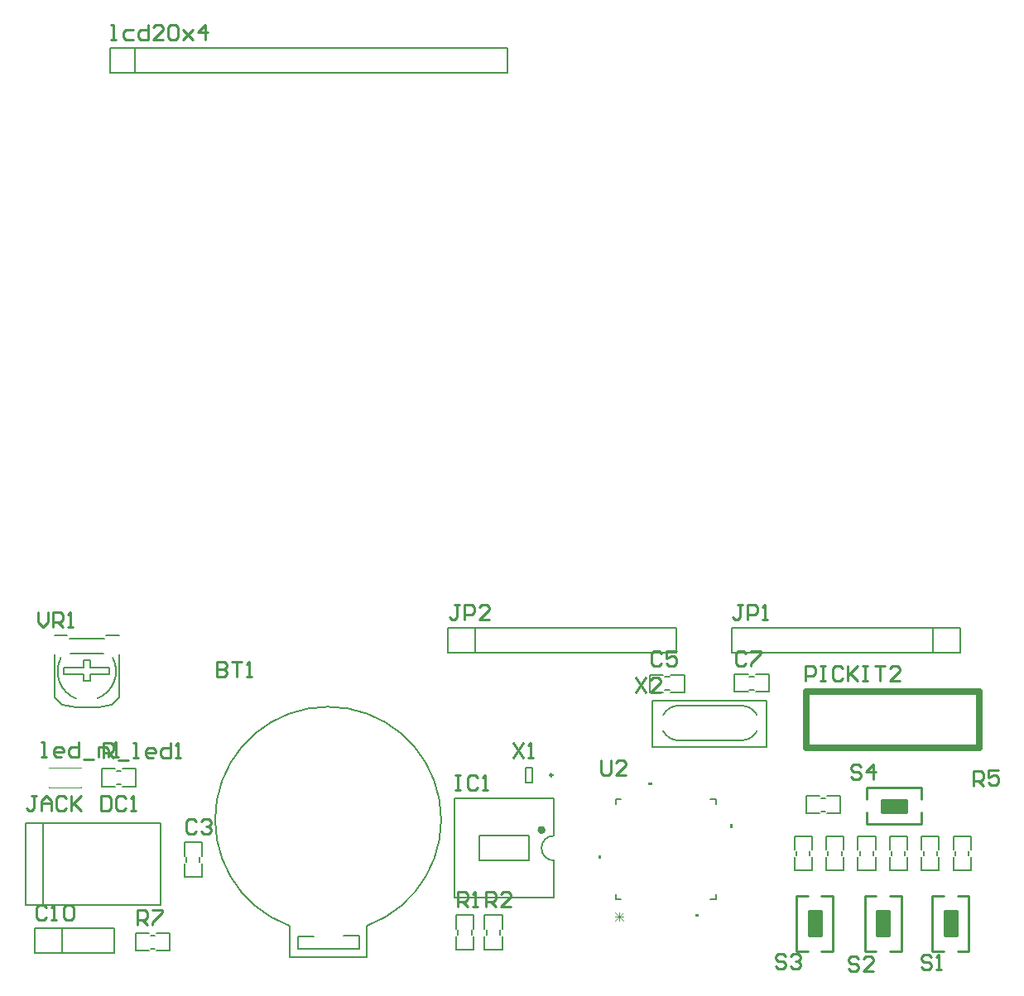
<source format=gto>
G04*
G04 #@! TF.GenerationSoftware,Altium Limited,Altium Designer,21.0.8 (223)*
G04*
G04 Layer_Color=65535*
%FSTAX24Y24*%
%MOIN*%
G70*
G04*
G04 #@! TF.SameCoordinates,EDDFCF6A-67A3-46E2-8177-59DA37980891*
G04*
G04*
G04 #@! TF.FilePolarity,Positive*
G04*
G01*
G75*
%ADD10C,0.0050*%
%ADD11C,0.0098*%
%ADD12C,0.0070*%
%ADD13C,0.0150*%
%ADD14C,0.0079*%
%ADD15C,0.0250*%
%ADD16C,0.0060*%
%ADD17C,0.0100*%
%ADD18C,0.0040*%
%ADD19C,0.0030*%
%ADD20R,0.1000X0.0500*%
%ADD21R,0.0500X0.1000*%
G36*
X046494Y020528D02*
Y020378D01*
X046394D01*
Y020528D01*
X046494D01*
D02*
G37*
G36*
X04839Y023368D02*
Y023468D01*
X04854D01*
Y023368D01*
X04839D01*
D02*
G37*
G36*
X050279Y018168D02*
Y018068D01*
X050429D01*
Y018168D01*
X050279D01*
D02*
G37*
G36*
X051694Y021788D02*
Y021638D01*
X051794D01*
Y021788D01*
X051694D01*
D02*
G37*
D10*
X052765Y026181D02*
G03*
X052145Y026556I-00062J-000325D01*
G01*
Y025156D02*
G03*
X052765Y025531I0J0007D01*
G01*
X049615Y026556D02*
G03*
X048995Y026181I0J-0007D01*
G01*
Y025531D02*
G03*
X049615Y025156I00062J000325D01*
G01*
X048565Y024906D02*
X053165D01*
X048565D02*
Y026756D01*
X053165D01*
Y024906D02*
Y026756D01*
X049615Y025156D02*
X052165D01*
X049611Y02656D02*
X052165D01*
D11*
X044535Y023759D02*
G03*
X044535Y023759I-000049J0D01*
G01*
D12*
X026202Y026846D02*
G03*
X026827Y028493I-000419J001101D01*
G01*
X02474Y028483D02*
G03*
X025364Y026836I001044J-000547D01*
G01*
X044608Y021316D02*
G03*
X044605Y020316I-000017J-0005D01*
G01*
X037072Y017691D02*
G03*
X033941Y017687I-00157J004271D01*
G01*
X025923Y027817D02*
X026693D01*
X025923Y027557D02*
Y027817D01*
X025653Y027557D02*
X025923D01*
X025653D02*
Y027807D01*
X024863D02*
X025653D01*
X024863D02*
Y028097D01*
X025663D01*
Y028387D01*
X025933D01*
Y028087D02*
Y028387D01*
Y028087D02*
X026703D01*
Y027817D02*
Y028087D01*
X025113Y028657D02*
X026463D01*
X024783Y026577D02*
X025368Y026487D01*
X024483Y026877D02*
X024783Y026577D01*
X024483Y026877D02*
Y028627D01*
X025103Y029247D02*
X026473D01*
X027093Y026887D02*
Y028637D01*
X026783Y026577D02*
X027093Y026887D01*
X026243Y026487D02*
X026783Y026577D01*
X025368Y026487D02*
X026243D01*
X024473Y029387D02*
X024983D01*
X026563D02*
X027073D01*
X026976Y023926D02*
X027156D01*
X026976Y023386D02*
X027156D01*
X028347Y017303D02*
X028527D01*
X028347Y016763D02*
X028527D01*
X055353Y022299D02*
X055533D01*
X055353Y022839D02*
X055533D01*
X055638Y020522D02*
Y020702D01*
X056178Y020522D02*
Y020702D01*
X056918Y020522D02*
Y020702D01*
X057458Y020522D02*
Y020702D01*
X059478Y020522D02*
Y020702D01*
X060018Y020522D02*
Y020702D01*
X042428Y017329D02*
Y017509D01*
X041888Y017329D02*
Y017509D01*
X041277Y017329D02*
Y017509D01*
X040737Y017329D02*
Y017509D01*
X024006Y01853D02*
Y02183D01*
X023306Y01853D02*
X028756D01*
X023306Y02183D02*
X028756D01*
Y01853D02*
Y02183D01*
X023306Y01853D02*
Y02183D01*
X041585Y020316D02*
X043595D01*
Y021316D01*
X041585D02*
X043595D01*
X041585Y020316D02*
Y021316D01*
X040605Y018816D02*
X044605D01*
X040605D02*
Y022816D01*
X044605D01*
Y018816D02*
Y020306D01*
Y021316D02*
Y022816D01*
X054356Y020521D02*
Y020701D01*
X054896Y020521D02*
Y020701D01*
X058195Y020521D02*
Y020701D01*
X058735Y020521D02*
Y020701D01*
X052468Y027728D02*
X052648D01*
X052468Y027188D02*
X052648D01*
X060755Y020521D02*
Y020701D01*
X061295Y020521D02*
Y020701D01*
X049059Y027181D02*
X049239D01*
X049059Y027721D02*
X049239D01*
X030336Y020264D02*
Y020444D01*
X029796Y020264D02*
Y020444D01*
X037052Y016411D02*
Y017691D01*
X033952Y016411D02*
X037052D01*
X033952D02*
Y017675D01*
X034292Y017271D02*
X034912D01*
X034292Y016751D02*
Y017271D01*
Y016751D02*
X036742D01*
Y017281D01*
X036132D02*
X036742D01*
D13*
X044175Y021546D02*
G03*
X044175Y021546I-00008J0D01*
G01*
D14*
X026707Y052049D02*
X042707D01*
X026707D02*
Y053049D01*
X027457D01*
X042707D01*
Y052049D02*
Y053049D01*
X027707Y052049D02*
Y053049D01*
X043442Y023464D02*
X043718D01*
X043442Y024054D02*
X043718D01*
Y023464D02*
Y024054D01*
X043442Y023464D02*
Y024054D01*
X026375Y0233D02*
Y02401D01*
Y0233D02*
X02692D01*
X026375Y02401D02*
X02692D01*
X027225D02*
X027753D01*
Y0233D02*
Y02401D01*
X027225Y0233D02*
X027753D01*
X027746Y016677D02*
Y017387D01*
Y016677D02*
X028291D01*
X027746Y017387D02*
X028291D01*
X028596D02*
X029124D01*
Y016677D02*
Y017387D01*
X028596Y016677D02*
X029124D01*
X056134Y022215D02*
Y022925D01*
X055589D02*
X056134D01*
X055589Y022215D02*
X056134D01*
X054756D02*
X055284D01*
X054756D02*
Y022925D01*
X055284D01*
X055554Y019921D02*
X056264D01*
Y020466D01*
X055554Y019921D02*
Y020466D01*
Y020771D02*
Y021299D01*
X056264D01*
Y020771D02*
Y021299D01*
X056834Y019921D02*
X057544D01*
Y020466D01*
X056834Y019921D02*
Y020466D01*
Y020771D02*
Y021299D01*
X057544D01*
Y020771D02*
Y021299D01*
X059394Y019921D02*
X060104D01*
Y020466D01*
X059394Y019921D02*
Y020466D01*
Y020771D02*
Y021299D01*
X060104D01*
Y020771D02*
Y021299D01*
X041802Y018109D02*
X042512D01*
X041802Y017565D02*
Y018109D01*
X042512Y017565D02*
Y018109D01*
Y016731D02*
Y01726D01*
X041802Y016731D02*
X042512D01*
X041802D02*
Y01726D01*
X040651Y018109D02*
X041361D01*
X040651Y017565D02*
Y018109D01*
X041361Y017565D02*
Y018109D01*
Y016731D02*
Y01726D01*
X040651Y016731D02*
X041361D01*
X040651D02*
Y01726D01*
X041427Y028673D02*
Y029673D01*
X040329D02*
X049526D01*
X040329Y028673D02*
Y029673D01*
Y028673D02*
X049526D01*
Y029673D01*
X059843Y028673D02*
Y029673D01*
X051744Y028673D02*
X060941D01*
Y029673D01*
X051744D02*
X060941D01*
X051744Y028673D02*
Y029673D01*
X024789Y016587D02*
Y017587D01*
X023691Y016587D02*
Y017587D01*
X026888D01*
Y016587D02*
Y017587D01*
X023691Y016587D02*
X026888D01*
X054275Y02077D02*
Y021299D01*
Y019919D02*
Y020465D01*
X054975Y019919D02*
Y020465D01*
Y02077D02*
Y021299D01*
X054275Y019919D02*
X054975D01*
X054275Y021299D02*
X054975D01*
X058114Y02077D02*
Y021299D01*
Y019919D02*
Y020465D01*
X058814Y019919D02*
Y020465D01*
Y02077D02*
Y021299D01*
X058114Y019919D02*
X058814D01*
X058114Y021299D02*
X058814D01*
X052717Y02781D02*
X053246D01*
X051866D02*
X052412D01*
X051866Y02711D02*
X052412D01*
X052717D02*
X053246D01*
X051866D02*
Y02781D01*
X053246Y02711D02*
Y02781D01*
X060674Y02077D02*
Y021299D01*
Y019919D02*
Y020465D01*
X061374Y019919D02*
Y020465D01*
Y02077D02*
Y021299D01*
X060674Y019919D02*
X061374D01*
X060674Y021299D02*
X061374D01*
X048461Y0271D02*
X04899D01*
X049295D02*
X049841D01*
X049295Y0278D02*
X049841D01*
X048461D02*
X04899D01*
X049841Y0271D02*
Y0278D01*
X048461Y0271D02*
Y0278D01*
X030417Y019665D02*
Y020194D01*
Y0205D02*
Y021045D01*
X029717Y0205D02*
Y021045D01*
Y019665D02*
Y020194D01*
Y021045D02*
X030417D01*
X029717Y019665D02*
X030417D01*
D15*
X054754Y024868D02*
Y02712D01*
X061707D01*
Y024868D02*
Y02712D01*
X054754Y024868D02*
X061707D01*
D16*
X047074Y018748D02*
Y018962D01*
Y018748D02*
X047289D01*
X051114D02*
Y018962D01*
X0509Y022788D02*
X051114D01*
X047074Y022574D02*
Y022788D01*
X0509Y018748D02*
X051114D01*
Y022574D02*
Y022788D01*
X047074D02*
X047289D01*
D17*
X059397Y02179D02*
Y02224D01*
Y0228D02*
Y02325D01*
X057177D02*
X059397D01*
X057177Y02179D02*
X059397D01*
X057787Y02227D02*
X058787D01*
X057787D02*
Y02277D01*
X058787D01*
Y02227D02*
Y02277D01*
X057177Y02179D02*
Y02224D01*
Y0228D02*
Y02325D01*
X054359Y016666D02*
X054809D01*
X055369D02*
X055819D01*
Y018886D01*
X054359Y016666D02*
Y018886D01*
X054839Y017276D02*
Y018276D01*
X055339D01*
Y017276D02*
Y018276D01*
X054839Y017276D02*
X055339D01*
X054359Y018886D02*
X054809D01*
X055369D02*
X055819D01*
X057114Y016666D02*
X057564D01*
X058124D02*
X058574D01*
Y018886D01*
X057114Y016666D02*
Y018886D01*
X057594Y017276D02*
Y018276D01*
X058094D01*
Y017276D02*
Y018276D01*
X057594Y017276D02*
X058094D01*
X057114Y018886D02*
X057564D01*
X058124D02*
X058574D01*
X059831Y016666D02*
X060281D01*
X060841D02*
X061291D01*
Y018886D01*
X059831Y016666D02*
Y018886D01*
X060311Y017276D02*
Y018276D01*
X060811D01*
Y017276D02*
Y018276D01*
X060311Y017276D02*
X060811D01*
X059831Y018886D02*
X060281D01*
X060841D02*
X061291D01*
X061504Y023322D02*
X061484Y023921D01*
X061784Y023931D01*
X061887Y023835D01*
X061894Y023635D01*
X061797Y023531D01*
X061498Y023522D01*
X061697Y023528D02*
X061904Y023335D01*
X062483Y023954D02*
X062084Y023941D01*
X062094Y023641D01*
X06229Y023748D01*
X06239Y023751D01*
X062493Y023655D01*
X0625Y023455D01*
X062403Y023351D01*
X062204Y023345D01*
X0621Y023441D01*
X02677Y05339D02*
X02697D01*
X02687D01*
Y05399D01*
X02677D01*
X02767Y05379D02*
X02737D01*
X02727Y05369D01*
Y05349D01*
X02737Y05339D01*
X02767D01*
X02827Y05399D02*
Y05339D01*
X02797D01*
X02787Y05349D01*
Y05369D01*
X02797Y05379D01*
X02827D01*
X028869Y05339D02*
X028469D01*
X028869Y05379D01*
Y05389D01*
X028769Y05399D01*
X028569D01*
X028469Y05389D01*
X029069D02*
X029169Y05399D01*
X029369D01*
X029469Y05389D01*
Y05349D01*
X029369Y05339D01*
X029169D01*
X029069Y05349D01*
Y05389D01*
X029669Y05379D02*
X030069Y05339D01*
X029869Y05359D01*
X030069Y05379D01*
X029669Y05339D01*
X030569D02*
Y05399D01*
X030269Y05369D01*
X030669D01*
X05473Y02755D02*
Y02815D01*
X05503D01*
X05513Y02805D01*
Y02785D01*
X05503Y02775D01*
X05473D01*
X05533Y02815D02*
X05553D01*
X05543D01*
Y02755D01*
X05533D01*
X05553D01*
X05623Y02805D02*
X05613Y02815D01*
X05593D01*
X05583Y02805D01*
Y02765D01*
X05593Y02755D01*
X05613D01*
X05623Y02765D01*
X056429Y02815D02*
Y02755D01*
Y02775D01*
X056829Y02815D01*
X056529Y02785D01*
X056829Y02755D01*
X057029Y02815D02*
X057229D01*
X057129D01*
Y02755D01*
X057029D01*
X057229D01*
X057529Y02815D02*
X057929D01*
X057729D01*
Y02755D01*
X058529D02*
X058129D01*
X058529Y02795D01*
Y02805D01*
X058429Y02815D01*
X058229D01*
X058129Y02805D01*
X04789Y02768D02*
X04829Y02708D01*
Y02768D02*
X04789Y02708D01*
X04889D02*
X04849D01*
X04889Y02748D01*
Y02758D01*
X04879Y02768D01*
X04859D01*
X04849Y02758D01*
X04294Y02506D02*
X04334Y02446D01*
Y02506D02*
X04294Y02446D01*
X04354D02*
X04374D01*
X04364D01*
Y02506D01*
X04354Y02496D01*
X02381Y03032D02*
Y02992D01*
X02401Y02972D01*
X02421Y02992D01*
Y03032D01*
X02441Y02972D02*
Y03032D01*
X02471D01*
X02481Y03022D01*
Y03002D01*
X02471Y02992D01*
X02441D01*
X02461D02*
X02481Y02972D01*
X02501D02*
X02521D01*
X02511D01*
Y03032D01*
X02501Y03022D01*
X04649Y02437D02*
Y02387D01*
X04659Y02377D01*
X04679D01*
X04689Y02387D01*
Y02437D01*
X04749Y02377D02*
X04709D01*
X04749Y02417D01*
Y02427D01*
X04739Y02437D01*
X04719D01*
X04709Y02427D01*
X05696Y0241D02*
X05686Y0242D01*
X05666D01*
X05656Y0241D01*
Y024D01*
X05666Y0239D01*
X05686D01*
X05696Y0238D01*
Y0237D01*
X05686Y0236D01*
X05666D01*
X05656Y0237D01*
X05746Y0236D02*
Y0242D01*
X05716Y0239D01*
X05756D01*
X053906Y01645D02*
X053806Y01655D01*
X053606D01*
X053506Y01645D01*
Y01635D01*
X053606Y01625D01*
X053806D01*
X053906Y01615D01*
Y01605D01*
X053806Y01595D01*
X053606D01*
X053506Y01605D01*
X054106Y01645D02*
X054206Y01655D01*
X054406D01*
X054506Y01645D01*
Y01635D01*
X054406Y01625D01*
X054306D01*
X054406D01*
X054506Y01615D01*
Y01605D01*
X054406Y01595D01*
X054206D01*
X054106Y01605D01*
X056869Y016361D02*
X056769Y016461D01*
X056569D01*
X056469Y016361D01*
Y016261D01*
X056569Y016161D01*
X056769D01*
X056869Y016061D01*
Y015961D01*
X056769Y015862D01*
X056569D01*
X056469Y015961D01*
X057468Y015862D02*
X057068D01*
X057468Y016261D01*
Y016361D01*
X057368Y016461D01*
X057168D01*
X057068Y016361D01*
X059783Y016411D02*
X059683Y016511D01*
X059484D01*
X059384Y016411D01*
Y016311D01*
X059484Y016211D01*
X059683D01*
X059783Y016111D01*
Y016011D01*
X059683Y015911D01*
X059484D01*
X059384Y016011D01*
X059983Y015911D02*
X060183D01*
X060083D01*
Y016511D01*
X059983Y016411D01*
X02644Y02445D02*
Y02505D01*
X02674D01*
X02684Y02495D01*
Y02475D01*
X02674Y02465D01*
X02644D01*
X02664D02*
X02684Y02445D01*
X02704Y02435D02*
X02744D01*
X02764Y02445D02*
X02784D01*
X02774D01*
Y02505D01*
X02764D01*
X028439Y02445D02*
X028239D01*
X028139Y02455D01*
Y02475D01*
X028239Y02485D01*
X028439D01*
X028539Y02475D01*
Y02465D01*
X028139D01*
X029139Y02505D02*
Y02445D01*
X028839D01*
X028739Y02455D01*
Y02475D01*
X028839Y02485D01*
X029139D01*
X029339Y02445D02*
X029539D01*
X029439D01*
Y02505D01*
X029339Y02495D01*
X02781Y01773D02*
Y01833D01*
X02811D01*
X02821Y01823D01*
Y01803D01*
X02811Y01793D01*
X02781D01*
X02801D02*
X02821Y01773D01*
X02841Y01833D02*
X02881D01*
Y01823D01*
X02841Y01783D01*
Y01773D01*
X04186Y01845D02*
Y01905D01*
X04216D01*
X04226Y01895D01*
Y01875D01*
X04216Y01865D01*
X04186D01*
X04206D02*
X04226Y01845D01*
X04286D02*
X04246D01*
X04286Y01885D01*
Y01895D01*
X04276Y01905D01*
X04256D01*
X04246Y01895D01*
X04071Y01845D02*
Y01905D01*
X04101D01*
X04111Y01895D01*
Y01875D01*
X04101Y01865D01*
X04071D01*
X04091D02*
X04111Y01845D01*
X04131D02*
X04151D01*
X04141D01*
Y01905D01*
X04131Y01895D01*
X02396Y02449D02*
X02416D01*
X02406D01*
Y02509D01*
X02396D01*
X02476Y02449D02*
X02456D01*
X02446Y02459D01*
Y02479D01*
X02456Y02489D01*
X02476D01*
X02486Y02479D01*
Y02469D01*
X02446D01*
X02546Y02509D02*
Y02449D01*
X02516D01*
X02506Y02459D01*
Y02479D01*
X02516Y02489D01*
X02546D01*
X025659Y02439D02*
X026059D01*
X026259Y02449D02*
Y02489D01*
X026559D01*
X026659Y02479D01*
Y02449D01*
X026859D02*
X027059D01*
X026959D01*
Y02509D01*
X026859Y02499D01*
X04079Y03061D02*
X04059D01*
X04069D01*
Y03011D01*
X04059Y03001D01*
X04049D01*
X04039Y03011D01*
X04099Y03001D02*
Y03061D01*
X04129D01*
X04139Y03051D01*
Y03031D01*
X04129Y03021D01*
X04099D01*
X041989Y03001D02*
X04159D01*
X041989Y03041D01*
Y03051D01*
X04189Y03061D01*
X04169D01*
X04159Y03051D01*
X0522Y03061D02*
X052D01*
X0521D01*
Y03011D01*
X052Y03001D01*
X0519D01*
X0518Y03011D01*
X0524Y03001D02*
Y03061D01*
X0527D01*
X0528Y03051D01*
Y03031D01*
X0527Y03021D01*
X0524D01*
X053Y03001D02*
X0532D01*
X0531D01*
Y03061D01*
X053Y03051D01*
X02377Y02292D02*
X02357D01*
X02367D01*
Y02242D01*
X02357Y02232D01*
X02347D01*
X02337Y02242D01*
X02397Y02232D02*
Y02272D01*
X02417Y02292D01*
X02437Y02272D01*
Y02232D01*
Y02262D01*
X02397D01*
X024969Y02282D02*
X02487Y02292D01*
X02467D01*
X02457Y02282D01*
Y02242D01*
X02467Y02232D01*
X02487D01*
X024969Y02242D01*
X025169Y02292D02*
Y02232D01*
Y02252D01*
X025569Y02292D01*
X025269Y02262D01*
X025569Y02232D01*
X026369Y02292D02*
Y02232D01*
X026669D01*
X026769Y02242D01*
Y02282D01*
X026669Y02292D01*
X026369D01*
X027369Y02282D02*
X027269Y02292D01*
X027069D01*
X026969Y02282D01*
Y02242D01*
X027069Y02232D01*
X027269D01*
X027369Y02242D01*
X027569Y02232D02*
X027769D01*
X027669D01*
Y02292D01*
X027569Y02282D01*
X04063Y02375D02*
X04083D01*
X04073D01*
Y02315D01*
X04063D01*
X04083D01*
X04153Y02365D02*
X04143Y02375D01*
X04123D01*
X04113Y02365D01*
Y02325D01*
X04123Y02315D01*
X04143D01*
X04153Y02325D01*
X04173Y02315D02*
X04193D01*
X04183D01*
Y02375D01*
X04173Y02365D01*
X02415Y01843D02*
X02405Y01853D01*
X02385D01*
X02375Y01843D01*
Y01803D01*
X02385Y01793D01*
X02405D01*
X02415Y01803D01*
X02435Y01793D02*
X02455D01*
X02445D01*
Y01853D01*
X02435Y01843D01*
X02485D02*
X02495Y01853D01*
X02515D01*
X02525Y01843D01*
Y01803D01*
X02515Y01793D01*
X02495D01*
X02485Y01803D01*
Y01843D01*
X05233Y02865D02*
X05223Y02875D01*
X05203D01*
X05193Y02865D01*
Y02825D01*
X05203Y02815D01*
X05223D01*
X05233Y02825D01*
X05253Y02875D02*
X05293D01*
Y02865D01*
X05253Y02825D01*
Y02815D01*
X04892Y02864D02*
X04882Y02874D01*
X04862D01*
X04852Y02864D01*
Y02824D01*
X04862Y02814D01*
X04882D01*
X04892Y02824D01*
X04952Y02874D02*
X04912D01*
Y02844D01*
X04932Y02854D01*
X04942D01*
X04952Y02844D01*
Y02824D01*
X04942Y02814D01*
X04922D01*
X04912Y02824D01*
X03018Y02188D02*
X03008Y02198D01*
X02988D01*
X02978Y02188D01*
Y02148D01*
X02988Y02138D01*
X03008D01*
X03018Y02148D01*
X03038Y02188D02*
X03048Y02198D01*
X03068D01*
X03078Y02188D01*
Y02178D01*
X03068Y02168D01*
X03058D01*
X03068D01*
X03078Y02158D01*
Y02148D01*
X03068Y02138D01*
X03048D01*
X03038Y02148D01*
X03102Y02833D02*
Y02773D01*
X03132D01*
X03142Y02783D01*
Y02793D01*
X03132Y02803D01*
X03102D01*
X03132D01*
X03142Y02813D01*
Y02823D01*
X03132Y02833D01*
X03102D01*
X03162D02*
X03202D01*
X03182D01*
Y02773D01*
X03222D02*
X03242D01*
X03232D01*
Y02833D01*
X03222Y02823D01*
D18*
X024257Y02327D02*
X025557D01*
X024257Y02407D02*
X025557D01*
X024257Y02327D02*
Y02329D01*
X025557Y02327D02*
Y02329D01*
Y02404D02*
Y02407D01*
X024257Y02405D02*
Y02407D01*
D19*
X047046Y017893D02*
X047379Y018226D01*
Y017893D02*
X047046Y018226D01*
X047212Y017893D02*
Y018226D01*
X047379Y018059D02*
X047046D01*
D20*
X058287Y02252D02*
D03*
D21*
X055089Y017776D02*
D03*
X057845Y017776D02*
D03*
X060561Y017776D02*
D03*
M02*

</source>
